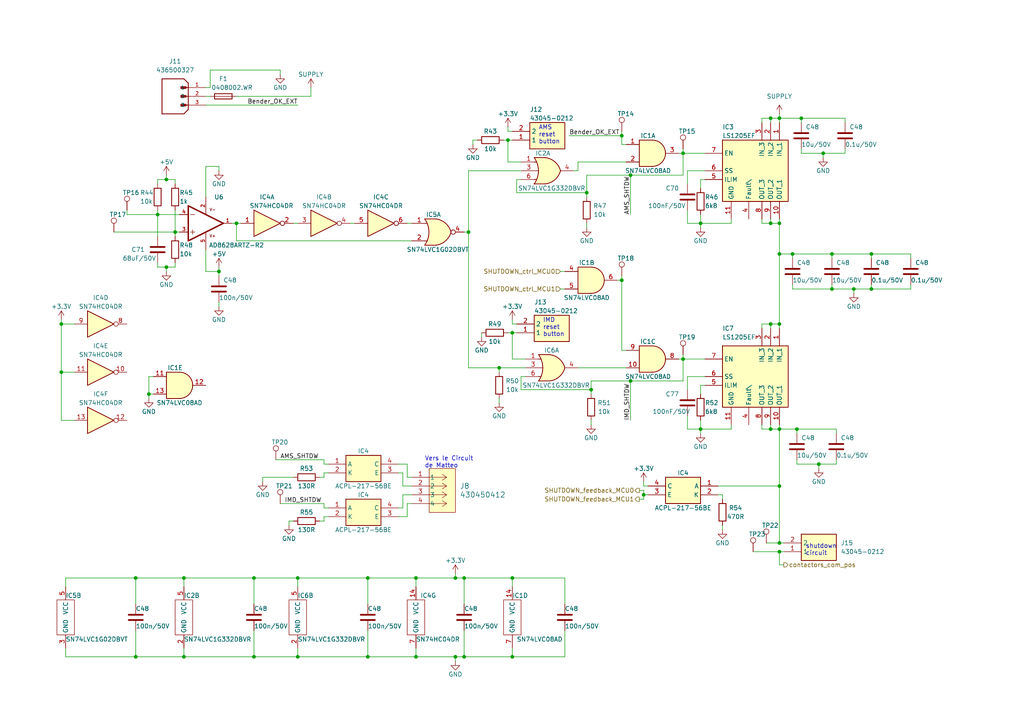
<source format=kicad_sch>
(kicad_sch (version 20230121) (generator eeschema)
  (paper "A4")
  (junction (at 148.59 190.5))
  (junction (at 17.78 107.95))
  (junction (at 147.32 40.64))
  (junction (at 241.3 83.82))
  (junction (at 238.76 44.45))
  (junction (at 43.18 114.3))
  (junction (at 203.2 124.46))
  (junction (at 120.65 167.64))
  (junction (at 241.3 73.66))
  (junction (at 226.06 140.97))
  (junction (at 132.08 167.64))
  (junction (at 231.14 124.46))
  (junction (at 50.8 67.31))
  (junction (at 134.62 167.64))
  (junction (at 132.08 190.5))
  (junction (at 252.73 83.82))
  (junction (at 226.06 93.98))
  (junction (at 17.78 93.98))
  (junction (at 247.65 83.82))
  (junction (at 223.52 34.29))
  (junction (at 198.12 44.45))
  (junction (at 48.26 77.47))
  (junction (at 170.18 55.88))
  (junction (at 45.72 62.23))
  (junction (at 223.52 64.77))
  (junction (at 180.34 81.28))
  (junction (at 106.68 190.5))
  (junction (at 180.34 39.37))
  (junction (at 226.06 64.77))
  (junction (at 252.73 73.66))
  (junction (at 63.5 78.74))
  (junction (at 223.52 124.46))
  (junction (at 39.37 190.5))
  (junction (at 135.89 67.31))
  (junction (at 73.66 190.5))
  (junction (at 226.06 160.02))
  (junction (at 171.45 113.03))
  (junction (at 134.62 190.5))
  (junction (at 237.49 134.62))
  (junction (at 232.41 34.29))
  (junction (at 226.06 157.48))
  (junction (at 48.26 52.07))
  (junction (at 186.69 143.51))
  (junction (at 53.34 190.5))
  (junction (at 226.06 34.29))
  (junction (at 226.06 73.66))
  (junction (at 86.36 167.64))
  (junction (at 148.59 96.52))
  (junction (at 39.37 167.64))
  (junction (at 144.78 106.68))
  (junction (at 120.65 190.5))
  (junction (at 223.52 93.98))
  (junction (at 86.36 190.5))
  (junction (at 182.88 50.8))
  (junction (at 203.2 64.77))
  (junction (at 229.87 73.66))
  (junction (at 73.66 167.64))
  (junction (at 68.58 64.77))
  (junction (at 182.88 110.49))
  (junction (at 226.06 124.46))
  (junction (at 198.12 104.14))
  (junction (at 148.59 167.64))
  (junction (at 106.68 167.64))
  (junction (at 53.34 167.64))
  (wire (pts (xy 238.76 44.45) (xy 245.11 44.45)))
  (wire (pts (xy 182.88 50.8) (xy 198.12 50.8)))
  (wire (pts (xy 203.2 125.73) (xy 203.2 124.46)))
  (wire (pts (xy 220.98 93.98) (xy 220.98 95.25)))
  (wire (pts (xy 149.86 52.07) (xy 149.86 55.88)))
  (wire (pts (xy 148.59 167.64) (xy 163.83 167.64)))
  (wire (pts (xy 203.2 62.23) (xy 203.2 64.77)))
  (wire (pts (xy 231.14 133.35) (xy 231.14 134.62)))
  (wire (pts (xy 222.25 157.48) (xy 226.06 157.48)))
  (wire (pts (xy 223.52 124.46) (xy 226.06 124.46)))
  (wire (pts (xy 226.06 73.66) (xy 226.06 64.77)))
  (wire (pts (xy 186.69 140.97) (xy 187.96 140.97)))
  (wire (pts (xy 237.49 135.89) (xy 237.49 134.62)))
  (wire (pts (xy 135.89 49.53) (xy 151.13 49.53)))
  (wire (pts (xy 92.71 151.13) (xy 93.98 151.13)))
  (wire (pts (xy 118.11 138.43) (xy 119.38 138.43)))
  (wire (pts (xy 199.39 64.77) (xy 203.2 64.77)))
  (wire (pts (xy 220.98 63.5) (xy 220.98 64.77)))
  (wire (pts (xy 63.5 48.26) (xy 63.5 49.53)))
  (wire (pts (xy 231.14 124.46) (xy 231.14 125.73)))
  (wire (pts (xy 50.8 60.96) (xy 50.8 67.31)))
  (wire (pts (xy 144.78 115.57) (xy 144.78 116.84)))
  (wire (pts (xy 198.12 44.45) (xy 204.47 44.45)))
  (wire (pts (xy 147.32 38.1) (xy 148.59 38.1)))
  (wire (pts (xy 48.26 77.47) (xy 50.8 77.47)))
  (wire (pts (xy 229.87 83.82) (xy 241.3 83.82)))
  (wire (pts (xy 199.39 49.53) (xy 199.39 53.34)))
  (wire (pts (xy 73.66 167.64) (xy 73.66 175.26)))
  (wire (pts (xy 247.65 85.09) (xy 247.65 83.82)))
  (wire (pts (xy 182.88 110.49) (xy 198.12 110.49)))
  (wire (pts (xy 167.64 106.68) (xy 181.61 106.68)))
  (wire (pts (xy 43.18 114.3) (xy 43.18 115.57)))
  (wire (pts (xy 220.98 34.29) (xy 220.98 35.56)))
  (wire (pts (xy 208.28 140.97) (xy 226.06 140.97)))
  (wire (pts (xy 242.57 133.35) (xy 242.57 134.62)))
  (wire (pts (xy 135.89 67.31) (xy 135.89 106.68)))
  (wire (pts (xy 81.28 20.32) (xy 81.28 21.59)))
  (wire (pts (xy 134.62 190.5) (xy 148.59 190.5)))
  (wire (pts (xy 39.37 182.88) (xy 39.37 190.5)))
  (wire (pts (xy 147.32 40.64) (xy 147.32 46.99)))
  (wire (pts (xy 199.39 60.96) (xy 199.39 64.77)))
  (wire (pts (xy 118.11 146.05) (xy 119.38 146.05)))
  (wire (pts (xy 59.69 78.74) (xy 63.5 78.74)))
  (wire (pts (xy 245.11 43.18) (xy 245.11 44.45)))
  (wire (pts (xy 226.06 124.46) (xy 226.06 140.97)))
  (wire (pts (xy 93.98 146.05) (xy 93.98 147.32)))
  (wire (pts (xy 76.2 138.43) (xy 85.09 138.43)))
  (wire (pts (xy 241.3 73.66) (xy 241.3 74.93)))
  (wire (pts (xy 83.82 151.13) (xy 83.82 152.4)))
  (wire (pts (xy 33.02 67.31) (xy 50.8 67.31)))
  (wire (pts (xy 144.78 106.68) (xy 135.89 106.68)))
  (wire (pts (xy 252.73 82.55) (xy 252.73 83.82)))
  (wire (pts (xy 68.58 64.77) (xy 69.85 64.77)))
  (wire (pts (xy 170.18 50.8) (xy 182.88 50.8)))
  (wire (pts (xy 220.98 124.46) (xy 223.52 124.46)))
  (wire (pts (xy 68.58 69.85) (xy 119.38 69.85)))
  (wire (pts (xy 48.26 50.8) (xy 48.26 52.07)))
  (wire (pts (xy 231.14 134.62) (xy 237.49 134.62)))
  (wire (pts (xy 148.59 93.98) (xy 149.86 93.98)))
  (wire (pts (xy 80.01 133.35) (xy 93.98 133.35)))
  (wire (pts (xy 196.85 44.45) (xy 198.12 44.45)))
  (wire (pts (xy 223.52 93.98) (xy 226.06 93.98)))
  (wire (pts (xy 223.52 123.19) (xy 223.52 124.46)))
  (wire (pts (xy 182.88 121.92) (xy 182.88 110.49)))
  (wire (pts (xy 171.45 123.19) (xy 171.45 121.92)))
  (wire (pts (xy 163.83 83.82) (xy 162.56 83.82)))
  (wire (pts (xy 59.69 27.94) (xy 60.96 27.94)))
  (wire (pts (xy 180.34 101.6) (xy 181.61 101.6)))
  (wire (pts (xy 134.62 167.64) (xy 132.08 167.64)))
  (wire (pts (xy 186.69 143.51) (xy 187.96 143.51)))
  (wire (pts (xy 59.69 25.4) (xy 60.96 25.4)))
  (wire (pts (xy 48.26 52.07) (xy 45.72 52.07)))
  (wire (pts (xy 171.45 113.03) (xy 171.45 114.3)))
  (wire (pts (xy 252.73 73.66) (xy 252.73 74.93)))
  (wire (pts (xy 83.82 151.13) (xy 85.09 151.13)))
  (wire (pts (xy 19.05 167.64) (xy 39.37 167.64)))
  (wire (pts (xy 223.52 64.77) (xy 220.98 64.77)))
  (wire (pts (xy 50.8 52.07) (xy 50.8 53.34)))
  (wire (pts (xy 115.57 149.86) (xy 118.11 149.86)))
  (wire (pts (xy 241.3 73.66) (xy 252.73 73.66)))
  (wire (pts (xy 185.42 144.78) (xy 186.69 144.78)))
  (wire (pts (xy 223.52 34.29) (xy 223.52 35.56)))
  (wire (pts (xy 63.5 88.9) (xy 63.5 87.63)))
  (wire (pts (xy 151.13 109.22) (xy 152.4 109.22)))
  (wire (pts (xy 48.26 77.47) (xy 48.26 78.74)))
  (wire (pts (xy 93.98 149.86) (xy 95.25 149.86)))
  (wire (pts (xy 226.06 160.02) (xy 227.33 160.02)))
  (wire (pts (xy 148.59 187.96) (xy 148.59 190.5)))
  (wire (pts (xy 17.78 93.98) (xy 21.59 93.98)))
  (wire (pts (xy 241.3 82.55) (xy 241.3 83.82)))
  (wire (pts (xy 116.84 140.97) (xy 119.38 140.97)))
  (wire (pts (xy 17.78 121.92) (xy 21.59 121.92)))
  (wire (pts (xy 93.98 147.32) (xy 95.25 147.32)))
  (wire (pts (xy 134.62 167.64) (xy 148.59 167.64)))
  (wire (pts (xy 36.83 62.23) (xy 36.83 60.96)))
  (wire (pts (xy 198.12 43.18) (xy 198.12 44.45)))
  (wire (pts (xy 170.18 55.88) (xy 170.18 57.15)))
  (wire (pts (xy 134.62 182.88) (xy 134.62 190.5)))
  (wire (pts (xy 90.17 25.4) (xy 90.17 27.94)))
  (wire (pts (xy 167.64 49.53) (xy 166.37 49.53)))
  (wire (pts (xy 237.49 134.62) (xy 242.57 134.62)))
  (wire (pts (xy 73.66 190.5) (xy 86.36 190.5)))
  (wire (pts (xy 45.72 52.07) (xy 45.72 53.34)))
  (wire (pts (xy 134.62 67.31) (xy 135.89 67.31)))
  (wire (pts (xy 73.66 182.88) (xy 73.66 190.5)))
  (wire (pts (xy 60.96 20.32) (xy 60.96 25.4)))
  (wire (pts (xy 163.83 78.74) (xy 162.56 78.74)))
  (wire (pts (xy 116.84 143.51) (xy 119.38 143.51)))
  (wire (pts (xy 148.59 104.14) (xy 152.4 104.14)))
  (wire (pts (xy 204.47 104.14) (xy 198.12 104.14)))
  (wire (pts (xy 167.64 46.99) (xy 181.61 46.99)))
  (wire (pts (xy 252.73 73.66) (xy 264.16 73.66)))
  (wire (pts (xy 137.16 40.64) (xy 138.43 40.64)))
  (wire (pts (xy 146.05 40.64) (xy 147.32 40.64)))
  (wire (pts (xy 151.13 109.22) (xy 151.13 113.03)))
  (wire (pts (xy 144.78 106.68) (xy 152.4 106.68)))
  (wire (pts (xy 220.98 123.19) (xy 220.98 124.46)))
  (wire (pts (xy 229.87 82.55) (xy 229.87 83.82)))
  (wire (pts (xy 241.3 83.82) (xy 247.65 83.82)))
  (wire (pts (xy 203.2 121.92) (xy 203.2 124.46)))
  (wire (pts (xy 147.32 46.99) (xy 151.13 46.99)))
  (wire (pts (xy 132.08 166.37) (xy 132.08 167.64)))
  (wire (pts (xy 232.41 34.29) (xy 232.41 35.56)))
  (wire (pts (xy 199.39 124.46) (xy 203.2 124.46)))
  (wire (pts (xy 203.2 66.04) (xy 203.2 64.77)))
  (wire (pts (xy 185.42 142.24) (xy 186.69 142.24)))
  (wire (pts (xy 147.32 96.52) (xy 148.59 96.52)))
  (wire (pts (xy 106.68 182.88) (xy 106.68 190.5)))
  (wire (pts (xy 39.37 167.64) (xy 39.37 175.26)))
  (wire (pts (xy 36.83 62.23) (xy 45.72 62.23)))
  (wire (pts (xy 17.78 107.95) (xy 17.78 121.92)))
  (wire (pts (xy 218.44 160.02) (xy 226.06 160.02)))
  (wire (pts (xy 238.76 45.72) (xy 238.76 44.45)))
  (wire (pts (xy 50.8 76.2) (xy 50.8 77.47)))
  (wire (pts (xy 148.59 190.5) (xy 163.83 190.5)))
  (wire (pts (xy 144.78 106.68) (xy 144.78 107.95)))
  (wire (pts (xy 134.62 167.64) (xy 134.62 175.26)))
  (wire (pts (xy 203.2 52.07) (xy 203.2 54.61)))
  (wire (pts (xy 151.13 113.03) (xy 171.45 113.03)))
  (wire (pts (xy 120.65 187.96) (xy 120.65 190.5)))
  (wire (pts (xy 59.69 72.39) (xy 59.69 78.74)))
  (wire (pts (xy 81.28 146.05) (xy 93.98 146.05)))
  (wire (pts (xy 186.69 139.7) (xy 186.69 140.97)))
  (wire (pts (xy 120.65 190.5) (xy 132.08 190.5)))
  (wire (pts (xy 45.72 76.2) (xy 45.72 77.47)))
  (wire (pts (xy 63.5 78.74) (xy 63.5 77.47)))
  (wire (pts (xy 102.87 64.77) (xy 101.6 64.77)))
  (wire (pts (xy 118.11 146.05) (xy 118.11 149.86)))
  (wire (pts (xy 179.07 81.28) (xy 180.34 81.28)))
  (wire (pts (xy 85.09 64.77) (xy 86.36 64.77)))
  (wire (pts (xy 209.55 143.51) (xy 209.55 144.78)))
  (wire (pts (xy 93.98 134.62) (xy 95.25 134.62)))
  (wire (pts (xy 45.72 62.23) (xy 45.72 68.58)))
  (wire (pts (xy 264.16 82.55) (xy 264.16 83.82)))
  (wire (pts (xy 167.64 49.53) (xy 167.64 46.99)))
  (wire (pts (xy 163.83 167.64) (xy 163.83 175.26)))
  (wire (pts (xy 226.06 93.98) (xy 226.06 73.66)))
  (wire (pts (xy 226.06 73.66) (xy 229.87 73.66)))
  (wire (pts (xy 147.32 40.64) (xy 148.59 40.64)))
  (wire (pts (xy 45.72 62.23) (xy 52.07 62.23)))
  (wire (pts (xy 59.69 30.48) (xy 86.36 30.48)))
  (wire (pts (xy 199.39 109.22) (xy 204.47 109.22)))
  (wire (pts (xy 132.08 191.77) (xy 132.08 190.5)))
  (wire (pts (xy 226.06 33.02) (xy 226.06 34.29)))
  (wire (pts (xy 198.12 102.87) (xy 198.12 104.14)))
  (wire (pts (xy 226.06 34.29) (xy 232.41 34.29)))
  (wire (pts (xy 226.06 124.46) (xy 231.14 124.46)))
  (wire (pts (xy 139.7 96.52) (xy 139.7 97.79)))
  (wire (pts (xy 252.73 83.82) (xy 264.16 83.82)))
  (wire (pts (xy 212.09 63.5) (xy 212.09 64.77)))
  (wire (pts (xy 171.45 110.49) (xy 182.88 110.49)))
  (wire (pts (xy 180.34 39.37) (xy 180.34 38.1)))
  (wire (pts (xy 17.78 92.71) (xy 17.78 93.98)))
  (wire (pts (xy 86.36 190.5) (xy 106.68 190.5)))
  (wire (pts (xy 68.58 27.94) (xy 90.17 27.94)))
  (wire (pts (xy 45.72 60.96) (xy 45.72 62.23)))
  (wire (pts (xy 180.34 80.01) (xy 180.34 81.28)))
  (wire (pts (xy 93.98 138.43) (xy 93.98 137.16)))
  (wire (pts (xy 180.34 39.37) (xy 180.34 41.91)))
  (wire (pts (xy 242.57 124.46) (xy 242.57 125.73)))
  (wire (pts (xy 53.34 187.96) (xy 53.34 190.5)))
  (wire (pts (xy 53.34 190.5) (xy 73.66 190.5)))
  (wire (pts (xy 226.06 163.83) (xy 227.33 163.83)))
  (wire (pts (xy 39.37 167.64) (xy 53.34 167.64)))
  (wire (pts (xy 73.66 167.64) (xy 86.36 167.64)))
  (wire (pts (xy 186.69 142.24) (xy 186.69 143.51)))
  (wire (pts (xy 220.98 34.29) (xy 223.52 34.29)))
  (wire (pts (xy 226.06 123.19) (xy 226.06 124.46)))
  (wire (pts (xy 148.59 92.71) (xy 148.59 93.98)))
  (wire (pts (xy 86.36 187.96) (xy 86.36 190.5)))
  (wire (pts (xy 208.28 143.51) (xy 209.55 143.51)))
  (wire (pts (xy 165.1 39.37) (xy 180.34 39.37)))
  (wire (pts (xy 186.69 144.78) (xy 186.69 143.51)))
  (wire (pts (xy 59.69 48.26) (xy 59.69 57.15)))
  (wire (pts (xy 199.39 120.65) (xy 199.39 124.46)))
  (wire (pts (xy 229.87 73.66) (xy 229.87 74.93)))
  (wire (pts (xy 50.8 67.31) (xy 50.8 68.58)))
  (wire (pts (xy 93.98 133.35) (xy 93.98 134.62)))
  (wire (pts (xy 86.36 167.64) (xy 106.68 167.64)))
  (wire (pts (xy 53.34 167.64) (xy 53.34 170.18)))
  (wire (pts (xy 229.87 73.66) (xy 241.3 73.66)))
  (wire (pts (xy 43.18 109.22) (xy 44.45 109.22)))
  (wire (pts (xy 232.41 44.45) (xy 238.76 44.45)))
  (wire (pts (xy 106.68 167.64) (xy 120.65 167.64)))
  (wire (pts (xy 198.12 44.45) (xy 198.12 50.8)))
  (wire (pts (xy 120.65 167.64) (xy 120.65 170.18)))
  (wire (pts (xy 226.06 140.97) (xy 226.06 157.48)))
  (wire (pts (xy 226.06 64.77) (xy 226.06 63.5)))
  (wire (pts (xy 116.84 137.16) (xy 116.84 140.97)))
  (wire (pts (xy 198.12 104.14) (xy 196.85 104.14)))
  (wire (pts (xy 223.52 64.77) (xy 226.06 64.77)))
  (wire (pts (xy 231.14 124.46) (xy 242.57 124.46)))
  (wire (pts (xy 203.2 111.76) (xy 203.2 114.3)))
  (wire (pts (xy 220.98 93.98) (xy 223.52 93.98)))
  (wire (pts (xy 226.06 34.29) (xy 226.06 35.56)))
  (wire (pts (xy 106.68 167.64) (xy 106.68 175.26)))
  (wire (pts (xy 134.62 190.5) (xy 132.08 190.5)))
  (wire (pts (xy 199.39 109.22) (xy 199.39 113.03)))
  (wire (pts (xy 203.2 111.76) (xy 204.47 111.76)))
  (wire (pts (xy 212.09 123.19) (xy 212.09 124.46)))
  (wire (pts (xy 203.2 124.46) (xy 212.09 124.46)))
  (wire (pts (xy 148.59 96.52) (xy 149.86 96.52)))
  (wire (pts (xy 245.11 34.29) (xy 245.11 35.56)))
  (wire (pts (xy 92.71 138.43) (xy 93.98 138.43)))
  (wire (pts (xy 53.34 167.64) (xy 73.66 167.64)))
  (wire (pts (xy 120.65 167.64) (xy 132.08 167.64)))
  (wire (pts (xy 223.52 93.98) (xy 223.52 95.25)))
  (wire (pts (xy 67.31 64.77) (xy 68.58 64.77)))
  (wire (pts (xy 115.57 134.62) (xy 118.11 134.62)))
  (wire (pts (xy 171.45 110.49) (xy 171.45 113.03)))
  (wire (pts (xy 264.16 73.66) (xy 264.16 74.93)))
  (wire (pts (xy 68.58 64.77) (xy 68.58 69.85)))
  (wire (pts (xy 86.36 167.64) (xy 86.36 170.18)))
  (wire (pts (xy 180.34 41.91) (xy 181.61 41.91)))
  (wire (pts (xy 19.05 167.64) (xy 19.05 170.18)))
  (wire (pts (xy 135.89 49.53) (xy 135.89 67.31)))
  (wire (pts (xy 226.06 160.02) (xy 226.06 163.83)))
  (wire (pts (xy 199.39 49.53) (xy 204.47 49.53)))
  (wire (pts (xy 115.57 137.16) (xy 116.84 137.16)))
  (wire (pts (xy 223.52 63.5) (xy 223.52 64.77)))
  (wire (pts (xy 223.52 34.29) (xy 226.06 34.29)))
  (wire (pts (xy 19.05 190.5) (xy 39.37 190.5)))
  (wire (pts (xy 148.59 96.52) (xy 148.59 104.14)))
  (wire (pts (xy 63.5 80.01) (xy 63.5 78.74)))
  (wire (pts (xy 17.78 107.95) (xy 21.59 107.95)))
  (wire (pts (xy 149.86 55.88) (xy 170.18 55.88)))
  (wire (pts (xy 203.2 64.77) (xy 212.09 64.77)))
  (wire (pts (xy 43.18 109.22) (xy 43.18 114.3)))
  (wire (pts (xy 45.72 77.47) (xy 48.26 77.47)))
  (wire (pts (xy 39.37 190.5) (xy 53.34 190.5)))
  (wire (pts (xy 182.88 62.23) (xy 182.88 50.8)))
  (wire (pts (xy 43.18 114.3) (xy 44.45 114.3)))
  (wire (pts (xy 198.12 104.14) (xy 198.12 110.49)))
  (wire (pts (xy 180.34 81.28) (xy 180.34 101.6)))
  (wire (pts (xy 163.83 182.88) (xy 163.83 190.5)))
  (wire (pts (xy 93.98 149.86) (xy 93.98 151.13)))
  (wire (pts (xy 226.06 157.48) (xy 227.33 157.48)))
  (wire (pts (xy 147.32 36.83) (xy 147.32 38.1)))
  (wire (pts (xy 50.8 67.31) (xy 52.07 67.31)))
  (wire (pts (xy 48.26 52.07) (xy 50.8 52.07)))
  (wire (pts (xy 247.65 83.82) (xy 252.73 83.82)))
  (wire (pts (xy 76.2 138.43) (xy 76.2 139.7)))
  (wire (pts (xy 226.06 95.25) (xy 226.06 93.98)))
  (wire (pts (xy 60.96 20.32) (xy 81.28 20.32)))
  (wire (pts (xy 232.41 43.18) (xy 232.41 44.45)))
  (wire (pts (xy 118.11 64.77) (xy 119.38 64.77)))
  (wire (pts (xy 149.86 52.07) (xy 151.13 52.07)))
  (wire (pts (xy 170.18 66.04) (xy 170.18 64.77)))
  (wire (pts (xy 203.2 52.07) (xy 204.47 52.07)))
  (wire (pts (xy 232.41 34.29) (xy 245.11 34.29)))
  (wire (pts (xy 116.84 143.51) (xy 116.84 147.32)))
  (wire (pts (xy 59.69 48.26) (xy 63.5 48.26)))
  (wire (pts (xy 118.11 134.62) (xy 118.11 138.43)))
  (wire (pts (xy 106.68 190.5) (xy 120.65 190.5)))
  (wire (pts (xy 148.59 167.64) (xy 148.59 170.18)))
  (wire (pts (xy 115.57 147.32) (xy 116.84 147.32)))
  (wire (pts (xy 137.16 40.64) (xy 137.16 41.91)))
  (wire (pts (xy 19.05 187.96) (xy 19.05 190.5)))
  (wire (pts (xy 93.98 137.16) (xy 95.25 137.16)))
  (wire (pts (xy 170.18 50.8) (xy 170.18 55.88)))
  (wire (pts (xy 209.55 153.67) (xy 209.55 152.4)))
  (wire (pts (xy 17.78 93.98) (xy 17.78 107.95)))
  (text "AMS\nreset\nbutton" (at 156.21 41.91 0) (effects (font (size 1.27 1.27)) (justify left bottom)))
  (text "shutdown\ncircuit" (at 233.68 161.29 0) (effects (font (size 1.27 1.27)) (justify left bottom)))
  (text "IMD\nreset\nbutton" (at 157.48 97.79 0) (effects (font (size 1.27 1.27)) (justify left bottom)))
  (text "Vers le Circuit\nde Matteo" (at 123.19 135.89 0) (effects (font (size 1.27 1.27)) (justify left bottom)))
  (label "AMS_SHTDW" (at 182.88 62.23 90))
  (label "AMS_SHTDW" (at 81.28 133.35 0))
  (label "IMD_SHTDW" (at 182.88 121.92 90))
  (label "IMD_SHTDW" (at 82.55 146.05 0))
  (label "Bender_OK_EXT" (at 86.36 30.48 180))
  (label "Bender_OK_EXT" (at 165.1 39.37 0))
  (hierarchical_label "SHUTDOWN_ctrl_MCU1" (shape input) (at 162.56 83.82 180))
  (hierarchical_label "contactors_com_pos" (shape output) (at 227.33 163.83 0))
  (hierarchical_label "SHUTDOWN_feedback_MCU1" (shape output) (at 185.42 144.78 180))
  (hierarchical_label "SHUTDOWN_ctrl_MCU0" (shape input) (at 162.56 78.74 180))
  (hierarchical_label "SHUTDOWN_feedback_MCU0" (shape output) (at 185.42 142.24 180))
  (symbol (lib_id "FS_Semiconductor:SN74LVC1G02DBVT") (at 125.73 67.31 0) (unit 1)
    (property "Reference" "IC5" (at 125.73 62.23 0))
    (property "Value" "SN74LVC1G02DBVT" (at 127 72.39 0))
    (property "Footprint" "Package_TO_SOT_SMD:TSOT-23-5" (effects hide))
    (property "Datasheet" "https://www.ti.com/lit/ds/symlink/sn74lvc1g02.pdf?ts=1703686741579&ref_url=https%253A%252F%252Fwww.ti.com%252Fproduct%252FSN74LVC1G02" (effects hide))
  )
  (symbol (lib_id "bmsPower_Symbols:GND_0") (at 83.82 152.4 0) (unit 1) (in_bom no) (on_board no)
    (property "Reference" "#PWR0131" (effects hide))
    (property "Value" "GND_0" (at 83.82 156.21 0))
  )
  (symbol (lib_id "FS_Semiconductor:SN74HCS14QDRQ1") (at 27.94 93.98 0) (unit 4)
    (property "Reference" "IC4" (at 29.21 86.36 0))
    (property "Value" "SN74HC04DR" (at 22.86 88.9 0) (effects (justify left)))
    (property "Footprint" "FS_Semiconductor:SOIC127P600X175-14N" (effects hide))
    (property "Description" "Buffers & Line Drivers Automotive hex inverter with Schmitt-trigger inputs 14-SOIC -40 to 125" (effects hide))
    (property "Height" "1.75" (effects hide))
    (property "Mouser Part Number" "595-SN74HCS14QDRQ1" (effects hide))
    (property "Mouser Price/Stock" "https://www.mouser.co.uk/ProductDetail/Texas-Instruments/SN74HCS14QDRQ1?qs=OTrKUuiFdkaK%252BjdbPs1CrQ%3D%3D" (effects hide))
    (property "Manufacturer_Name" "Texas Instruments" (effects hide))
    (property "Manufacturer_Part_Number" "SN74HCS14QDRQ1" (effects hide))
  )
  (symbol (lib_id "Device:R") (at 88.9 151.13 90) (unit 1)
    (property "Reference" "R55" (at 88.9 148.59 90))
    (property "Value" "130R" (at 88.9 153.67 90))
    (property "Footprint" "Resistor_SMD:R_0603_1608Metric" (effects hide))
  )
  (symbol (lib_id "Connector:TestPoint") (at 180.34 80.01 0) (unit 1)
    (property "Reference" "TP18" (at 179.07 74.93 0) (effects (justify left)))
    (property "Value" "TestPoint" (effects hide))
    (property "Footprint" "TestPoint:TestPoint_Keystone_5000-5004_Miniature" (effects hide))
  )
  (symbol (lib_id "Connector:TestPoint") (at 80.01 133.35 0) (unit 1)
    (property "Reference" "TP20" (at 78.74 128.27 0) (effects (justify left)))
    (property "Value" "TestPoint" (effects hide))
    (property "Footprint" "TestPoint:TestPoint_Keystone_5000-5004_Miniature" (effects hide))
  )
  (symbol (lib_id "bmsPower_Symbols:GND_0") (at 43.18 115.57 0) (unit 1) (in_bom no) (on_board no)
    (property "Reference" "#PWR0124" (effects hide))
    (property "Value" "GND_0" (at 43.18 119.38 0))
  )
  (symbol (lib_id "LS1205EF:LS1205EF") (at 218.44 109.22 0) (unit 1)
    (property "Reference" "IC7" (at 209.55 95.25 0) (effects (justify left)))
    (property "Value" "LS1205EF" (at 209.55 97.79 0) (effects (justify left)))
    (property "Footprint" "LS1205EF:SON50P300X300X80-11N" (effects hide))
    (property "Datasheet" "https://www.littelfuse.com/media?resourcetype=datasheets&itemid=b40a8809-c1ad-459d-a34c-84532dbddcb7&filename=littelfuse-protection-ic-ls1205exd33--datasheet" (effects hide))
    (property "Height" "0.8" (effects hide))
    (property "Manufacturer_Name" "LITTELFUSE" (effects hide))
  )
  (symbol (lib_id "Device:C") (at 242.57 129.54 0) (unit 1)
    (property "Reference" "C48" (at 243.84 127 0) (effects (justify left)))
    (property "Value" "0.1u/50V" (at 242.57 132.08 0) (effects (justify left)))
    (property "Footprint" "Capacitor_SMD:C_0603_1608Metric" (effects hide))
    (instances (project "BMS-Master" (path "" (reference "C48") (unit 1)) (path "" (reference "C64") (unit 1)) (path "" (reference "C79") (unit 1))))
  )
  (symbol (lib_id "Device:R") (at 142.24 40.64 90) (unit 1)
    (property "Reference" "R43" (at 142.24 38.1 90))
    (property "Value" "10k" (at 142.24 43.18 90))
    (property "Footprint" "Resistor_SMD:R_0603_1608Metric" (effects hide))
  )
  (symbol (lib_id "bmsPower_Symbols:GND_0") (at 203.2 66.04 0) (unit 1) (in_bom no) (on_board no)
    (property "Reference" "#PWR0116" (effects hide))
    (property "Value" "GND_0" (at 203.2 69.85 0))
  )
  (symbol (lib_id "Connector:TestPoint") (at 198.12 102.87 0) (unit 1)
    (property "Reference" "TP19" (at 196.85 97.79 0) (effects (justify left)))
    (property "Value" "TestPoint" (effects hide))
    (property "Footprint" "TestPoint:TestPoint_Keystone_5000-5004_Miniature" (effects hide))
  )
  (symbol (lib_id "FS_Semiconductor:SN74HCS14QDRQ1") (at 27.94 107.95 0) (unit 5)
    (property "Reference" "IC4" (at 29.21 100.33 0))
    (property "Value" "SN74HC04DR" (at 22.86 102.87 0) (effects (justify left)))
    (property "Footprint" "FS_Semiconductor:SOIC127P600X175-14N" (effects hide))
    (property "Description" "Buffers & Line Drivers Automotive hex inverter with Schmitt-trigger inputs 14-SOIC -40 to 125" (effects hide))
    (property "Height" "1.75" (effects hide))
    (property "Mouser Part Number" "595-SN74HCS14QDRQ1" (effects hide))
    (property "Mouser Price/Stock" "https://www.mouser.co.uk/ProductDetail/Texas-Instruments/SN74HCS14QDRQ1?qs=OTrKUuiFdkaK%252BjdbPs1CrQ%3D%3D" (effects hide))
    (property "Manufacturer_Name" "Texas Instruments" (effects hide))
    (property "Manufacturer_Part_Number" "SN74HCS14QDRQ1" (effects hide))
  )
  (symbol (lib_id "bmsPower_Symbols:+3V3_0") (at 148.59 92.71 0) (unit 1) (in_bom no) (on_board no)
    (property "Reference" "#PWR0122" (effects hide))
    (property "Value" "+3V3_0" (at 148.59 88.9 0))
  )
  (symbol (lib_id "Connector:TestPoint") (at 36.83 60.96 0) (unit 1)
    (property "Reference" "TP16" (at 35.56 55.88 0) (effects (justify left)))
    (property "Value" "TestPoint" (effects hide))
    (property "Footprint" "TestPoint:TestPoint_Keystone_5000-5004_Miniature" (effects hide))
  )
  (symbol (lib_id "Connector:TestPoint") (at 180.34 38.1 0) (unit 1)
    (property "Reference" "TP14" (at 179.07 33.02 0) (effects (justify left)))
    (property "Value" "TestPoint" (effects hide))
    (property "Footprint" "TestPoint:TestPoint_Keystone_5000-5004_Miniature" (effects hide))
  )
  (symbol (lib_id "Device:C") (at 39.37 179.07 0) (unit 1)
    (property "Reference" "C48" (at 39.37 176.53 0) (effects (justify left)))
    (property "Value" "100n/50V" (at 39.37 181.61 0) (effects (justify left)))
    (property "Footprint" "Capacitor_SMD:C_0603_1608Metric" (effects hide))
    (instances (project "BMS-Master" (path "" (reference "C48") (unit 1)) (path "" (reference "C64") (unit 1)) (path "" (reference "C80") (unit 1))))
  )
  (symbol (lib_id "43045-0212:43045-0212") (at 227.33 157.48 0) (unit 1)
    (property "Reference" "J15" (at 243.84 157.48 0) (effects (justify left)))
    (property "Value" "43045-0212" (at 243.84 160.02 0) (effects (justify left)))
    (property "Footprint" "43045-0212:43045-02YY_121314" (effects hide))
    (property "Datasheet" "https://www.molex.com/pdm_docs/sd/430450612_sd.pdf" (effects hide))
    (property "Height" "9.91" (effects hide))
    (property "Manufacturer_Name" "Molex" (effects hide))
    (property "Manufacturer_Part_Number" "43045-0212" (effects hide))
    (property "Mouser Part Number" "538-430-45-0212" (effects hide))
    (property "Mouser Price/Stock" "https://www.mouser.co.uk/ProductDetail/Molex/43045-0212?qs=QtQX4uD3c2XFLtjr%252BHeRmQ%3D%3D" (effects hide))
  )
  (symbol (lib_id "power:+5V") (at 63.5 77.47 0) (unit 1)
    (property "Reference" "#PWR0117" (effects hide))
    (property "Value" "+5V" (at 63.5 73.66 0))
  )
  (symbol (lib_name "SN74LVC08AD_1") (lib_id "FS_Semiconductor:SN74LVC08AD") (at 170.18 81.28 0) (unit 2)
    (property "Reference" "IC1" (at 170.18 76.2 0))
    (property "Value" "SN74LVC08AD" (at 170.18 86.36 0))
    (property "Footprint" "FS_Semiconductor:SOIC127P600X175-14N" (effects hide))
    (property "Datasheet" "https://www.ti.com/lit/ds/symlink/sn74lvc08a.pdf?HQS=dis-mous-null-mousermode-dsf-pf-null-wwe&ts=1703607102920&ref_url=https%253A%252F%252Fwww.mouser.ch%252F" (effects hide))
    (property "Description" " Quadruple 2-Input Positive-AND Gates" (effects hide))
  )
  (symbol (lib_id "Connector:TestPoint") (at 218.44 160.02 0) (unit 1)
    (property "Reference" "TP23" (at 217.17 154.94 0) (effects (justify left)))
    (property "Value" "TestPoint" (effects hide))
    (property "Footprint" "TestPoint:TestPoint_Keystone_5000-5004_Miniature" (effects hide))
  )
  (symbol (lib_id "Connector:TestPoint") (at 222.25 157.48 0) (unit 1)
    (property "Reference" "TP22" (at 220.98 152.4 0) (effects (justify left)))
    (property "Value" "TestPoint" (effects hide))
    (property "Footprint" "TestPoint:TestPoint_Keystone_5000-5004_Miniature" (effects hide))
  )
  (symbol (lib_name "SN74LVC08AD_3") (lib_id "FS_Semiconductor:SN74LVC08AD") (at 187.96 44.45 0) (unit 1)
    (property "Reference" "IC1" (at 187.96 39.37 0))
    (property "Value" "SN74LVC08AD" (at 187.96 49.53 0))
    (property "Footprint" "FS_Semiconductor:SOIC127P600X175-14N" (effects hide))
    (property "Datasheet" "https://www.ti.com/lit/ds/symlink/sn74lvc08a.pdf?HQS=dis-mous-null-mousermode-dsf-pf-null-wwe&ts=1703607102920&ref_url=https%253A%252F%252Fwww.mouser.ch%252F" (effects hide))
    (property "Description" " Quadruple 2-Input Positive-AND Gates" (effects hide))
  )
  (symbol (lib_id "bmsPower_Symbols:GND_0") (at 144.78 116.84 0) (unit 1) (in_bom no) (on_board no)
    (property "Reference" "#PWR0125" (effects hide))
    (property "Value" "GND_0" (at 144.78 120.65 0))
  )
  (symbol (lib_id "ACPL-217-56BE:ACPL-217-56BE") (at 208.28 140.97 0) (mirror y) (unit 1)
    (property "Reference" "IC4" (at 198.12 137.16 0))
    (property "Value" "ACPL-217-56BE" (at 198.12 147.32 0))
    (property "Footprint" "ACPL-217:SOIC127P700X242-4N" (effects hide))
    (property "Datasheet" "https://componentsearchengine.com/Datasheets/2/ACPL-217-56BE.pdf" (effects hide))
    (property "Height" "2.42" (effects hide))
    (property "Manufacturer_Name" "Avago Technologies" (effects hide))
    (property "Manufacturer_Part_Number" "ACPL-217-56BE" (effects hide))
    (property "Mouser Part Number" "630-ACPL-217-56BE" (effects hide))
    (property "Mouser Price/Stock" "https://www.mouser.co.uk/ProductDetail/Broadcom-Avago/ACPL-217-56BE?qs=dcm2zoLQumABa%2FcMDS685Q%3D%3D" (effects hide))
    (instances (project "BMS-Slave" (path "" (reference "IC4") (unit 1)) (path "" (reference "IC18") (unit 1))) (project "BMS-Master" (path "" (reference "IC9") (unit 1))))
  )
  (symbol (lib_id "ACPL-217-56BE:ACPL-217-56BE") (at 95.25 147.32 0) (unit 1)
    (property "Reference" "IC4" (at 105.41 143.51 0))
    (property "Value" "ACPL-217-56BE" (at 105.41 153.67 0))
    (property "Footprint" "ACPL-217:SOIC127P700X242-4N" (effects hide))
    (property "Datasheet" "https://componentsearchengine.com/Datasheets/2/ACPL-217-56BE.pdf" (effects hide))
    (property "Height" "2.42" (effects hide))
    (property "Manufacturer_Name" "Avago Technologies" (effects hide))
    (property "Manufacturer_Part_Number" "ACPL-217-56BE" (effects hide))
    (property "Mouser Part Number" "630-ACPL-217-56BE" (effects hide))
    (property "Mouser Price/Stock" "https://www.mouser.co.uk/ProductDetail/Broadcom-Avago/ACPL-217-56BE?qs=dcm2zoLQumABa%2FcMDS685Q%3D%3D" (effects hide))
    (instances (project "BMS-Slave" (path "" (reference "IC4") (unit 1)) (path "" (reference "IC18") (unit 1))) (project "BMS-Master" (path "" (reference "IC10") (unit 1))))
  )
  (symbol (lib_id "Device:R") (at 50.8 72.39 0) (unit 1)
    (property "Reference" "R48" (at 52.07 71.12 0) (effects (justify left)))
    (property "Value" "10k" (at 52.07 73.66 0) (effects (justify left)))
    (property "Footprint" "Resistor_SMD:R_0603_1608Metric" (effects hide))
  )
  (symbol (lib_id "bmsPower_Symbols:+3V3_0") (at 17.78 92.71 0) (unit 1) (in_bom no) (on_board no)
    (property "Reference" "#PWR0121" (effects hide))
    (property "Value" "+3V3_0" (at 17.78 88.9 0))
  )
  (symbol (lib_id "Device:C") (at 163.83 179.07 0) (unit 1)
    (property "Reference" "C48" (at 163.83 176.53 0) (effects (justify left)))
    (property "Value" "100n/50V" (at 163.83 181.61 0) (effects (justify left)))
    (property "Footprint" "Capacitor_SMD:C_0603_1608Metric" (effects hide))
    (instances (project "BMS-Master" (path "" (reference "C48") (unit 1)) (path "" (reference "C64") (unit 1)) (path "" (reference "C84") (unit 1))))
  )
  (symbol (lib_id "bmsPower_Symbols:GND_0") (at 63.5 49.53 0) (unit 1) (in_bom no) (on_board no)
    (property "Reference" "#PWR0113" (effects hide))
    (property "Value" "GND_0" (at 63.5 53.34 0))
  )
  (symbol (lib_id "bmsPower_Symbols:GND_0") (at 203.2 125.73 0) (unit 1) (in_bom no) (on_board no)
    (property "Reference" "#PWR0127" (effects hide))
    (property "Value" "GND_0" (at 203.2 129.54 0))
  )
  (symbol (lib_id "Device:C") (at 73.66 179.07 0) (unit 1)
    (property "Reference" "C48" (at 73.66 176.53 0) (effects (justify left)))
    (property "Value" "100n/50V" (at 73.66 181.61 0) (effects (justify left)))
    (property "Footprint" "Capacitor_SMD:C_0603_1608Metric" (effects hide))
    (instances (project "BMS-Master" (path "" (reference "C48") (unit 1)) (path "" (reference "C64") (unit 1)) (path "" (reference "C81") (unit 1))))
  )
  (symbol (lib_id "Device:C") (at 232.41 39.37 0) (unit 1)
    (property "Reference" "C48" (at 233.68 36.83 0) (effects (justify left)))
    (property "Value" "10u/50V" (at 232.41 41.91 0) (effects (justify left)))
    (property "Footprint" "Capacitor_SMD:C_0805_2012Metric" (effects hide))
    (instances (project "BMS-Master" (path "" (reference "C48") (unit 1)) (path "" (reference "C64") (unit 1)) (path "" (reference "C68") (unit 1))))
  )
  (symbol (lib_id "bmsPower_Symbols:GND_0") (at 171.45 123.19 0) (unit 1) (in_bom no) (on_board no)
    (property "Reference" "#PWR0126" (effects hide))
    (property "Value" "GND_0" (at 171.45 127 0))
  )
  (symbol (lib_id "Connector:TestPoint") (at 198.12 43.18 0) (unit 1)
    (property "Reference" "TP15" (at 196.85 38.1 0) (effects (justify left)))
    (property "Value" "TestPoint" (effects hide))
    (property "Footprint" "TestPoint:TestPoint_Keystone_5000-5004_Miniature" (effects hide))
  )
  (symbol (lib_name "SN74LVC08AD_4") (lib_id "FS_Semiconductor:SN74LVC08AD") (at 50.8 111.76 0) (unit 5)
    (property "Reference" "IC1" (at 50.8 106.68 0))
    (property "Value" "SN74LVC08AD" (at 52.07 116.84 0))
    (property "Footprint" "FS_Semiconductor:SOIC127P600X175-14N" (effects hide))
    (property "Datasheet" "https://www.ti.com/lit/ds/symlink/sn74lvc08a.pdf?HQS=dis-mous-null-mousermode-dsf-pf-null-wwe&ts=1703607102920&ref_url=https%253A%252F%252Fwww.mouser.ch%252F" (effects hide))
    (property "Description" " Quadruple 2-Input Positive-AND Gates" (effects hide))
  )
  (symbol (lib_id "Device:R") (at 143.51 96.52 90) (unit 1)
    (property "Reference" "R49" (at 143.51 93.98 90))
    (property "Value" "10k" (at 143.51 99.06 90))
    (property "Footprint" "Resistor_SMD:R_0603_1608Metric" (effects hide))
  )
  (symbol (lib_id "bmsPower_Symbols:+3V3_0") (at 132.08 166.37 0) (unit 1) (in_bom no) (on_board no)
    (property "Reference" "#PWR0133" (effects hide))
    (property "Value" "+3V3_0" (at 132.08 162.56 0))
  )
  (symbol (lib_id "Device:R") (at 203.2 118.11 0) (unit 1)
    (property "Reference" "R52" (at 204.47 116.84 0) (effects (justify left)))
    (property "Value" "6k8" (at 204.47 119.38 0) (effects (justify left)))
    (property "Footprint" "Resistor_SMD:R_0603_1608Metric" (effects hide))
  )
  (symbol (lib_id "ACPL-217-56BE:ACPL-217-56BE") (at 95.25 134.62 0) (unit 1)
    (property "Reference" "IC4" (at 105.41 130.81 0))
    (property "Value" "ACPL-217-56BE" (at 105.41 140.97 0))
    (property "Footprint" "ACPL-217:SOIC127P700X242-4N" (effects hide))
    (property "Datasheet" "https://componentsearchengine.com/Datasheets/2/ACPL-217-56BE.pdf" (effects hide))
    (property "Height" "2.42" (effects hide))
    (property "Manufacturer_Name" "Avago Technologies" (effects hide))
    (property "Manufacturer_Part_Number" "ACPL-217-56BE" (effects hide))
    (property "Mouser Part Number" "630-ACPL-217-56BE" (effects hide))
    (property "Mouser Price/Stock" "https://www.mouser.co.uk/ProductDetail/Broadcom-Avago/ACPL-217-56BE?qs=dcm2zoLQumABa%2FcMDS685Q%3D%3D" (effects hide))
    (instances (project "BMS-Slave" (path "" (reference "IC4") (unit 1)) (path "" (reference "IC18") (unit 1))) (project "BMS-Master" (path "" (reference "IC8") (unit 1))))
  )
  (symbol (lib_id "Device:C") (at 45.72 72.39 0) (unit 1)
    (property "Reference" "C71" (at 38.1 72.39 0) (effects (justify left)))
    (property "Value" "68uF/50V" (at 35.56 74.93 0) (effects (justify left)))
    (property "Footprint" "Capacitor_SMD:C_0805_2012Metric" (effects hide))
  )
  (symbol (lib_id "43045-0212:43045-0212") (at 149.86 93.98 0) (unit 1)
    (property "Reference" "J13" (at 154.94 87.63 0) (effects (justify left)))
    (property "Value" "43045-0212" (at 154.94 90.17 0) (effects (justify left)))
    (property "Footprint" "43045-0212:43045-02YY_121314" (effects hide))
    (property "Datasheet" "https://www.molex.com/pdm_docs/sd/430450612_sd.pdf" (effects hide))
    (property "Height" "9.91" (effects hide))
    (property "Manufacturer_Name" "Molex" (effects hide))
    (property "Manufacturer_Part_Number" "43045-0212" (effects hide))
    (property "Mouser Part Number" "538-430-45-0212" (effects hide))
    (property "Mouser Price/Stock" "https://www.mouser.co.uk/ProductDetail/Molex/43045-0212?qs=QtQX4uD3c2XFLtjr%252BHeRmQ%3D%3D" (effects hide))
  )
  (symbol (lib_id "FS_Semiconductor:SN74LVC1G332DBVR") (at 53.34 179.07 0) (unit 2)
    (property "Reference" "IC2" (at 53.34 172.72 0) (effects (justify left)))
    (property "Value" "SN74LVC1G332DBVR" (at 53.34 185.42 0) (effects (justify left)))
    (property "Footprint" "Package_TO_SOT_SMD:TSOT-23-6" (effects hide))
    (property "Datasheet" "https://www.ti.com/lit/ds/symlink/sn74lvc1g332.pdf?ts=1703608559465&ref_url=https%253A%252F%252Fwww.ti.com%252Fproduct%252FSN74LVC1G332%253FHQS%253Dti-null-null-verifimanuf_manuf-manu-pf-octopart-wwe" (effects hide))
  )
  (symbol (lib_id "Device:C") (at 264.16 78.74 0) (unit 1)
    (property "Reference" "C48" (at 265.43 76.2 0) (effects (justify left)))
    (property "Value" "0.1u/50V" (at 264.16 81.28 0) (effects (justify left)))
    (property "Footprint" "Capacitor_SMD:C_0603_1608Metric" (effects hide))
    (instances (project "BMS-Master" (path "" (reference "C48") (unit 1)) (path "" (reference "C64") (unit 1)) (path "" (reference "C75") (unit 1))))
  )
  (symbol (lib_id "Device:R") (at 171.45 118.11 180) (unit 1)
    (property "Reference" "R51" (at 175.26 116.84 0))
    (property "Value" "10k" (at 175.26 119.38 0))
    (property "Footprint" "Resistor_SMD:R_0603_1608Metric" (effects hide))
  )
  (symbol (lib_id "Device:R") (at 45.72 57.15 0) (unit 1)
    (property "Reference" "R44" (at 40.64 55.88 0) (effects (justify left)))
    (property "Value" "10k" (at 40.64 58.42 0) (effects (justify left)))
    (property "Footprint" "Resistor_SMD:R_0603_1608Metric" (effects hide))
  )
  (symbol (lib_id "Device:R") (at 209.55 148.59 180) (unit 1)
    (property "Reference" "R54" (at 213.36 147.32 0))
    (property "Value" "470R" (at 213.36 149.86 0))
    (property "Footprint" "Resistor_SMD:R_0603_1608Metric" (effects hide))
  )
  (symbol (lib_id "bmsPower_Symbols:SUPPLY_0") (at 90.17 25.4 0) (unit 1) (in_bom no) (on_board no)
    (property "Reference" "#PWR0108" (effects hide))
    (property "Value" "SUPPLY_0" (at 90.17 21.59 0))
  )
  (symbol (lib_id "Device:C") (at 199.39 116.84 0) (unit 1)
    (property "Reference" "C77" (at 193.04 114.3 0) (effects (justify left)))
    (property "Value" "100nF/50V" (at 189.23 119.38 0) (effects (justify left)))
    (property "Footprint" "Capacitor_SMD:C_0603_1608Metric" (effects hide))
  )
  (symbol (lib_id "bmsPower_Symbols:GND_0") (at 238.76 45.72 0) (unit 1) (in_bom no) (on_board no)
    (property "Reference" "#PWR0112" (effects hide))
    (property "Value" "GND_0" (at 238.76 49.53 0))
  )
  (symbol (lib_id "bmsPower_Symbols:GND_0") (at 139.7 97.79 0) (unit 1) (in_bom no) (on_board no)
    (property "Reference" "#PWR0123" (effects hide))
    (property "Value" "GND_0" (at 139.7 101.6 0))
  )
  (symbol (lib_id "Device:C") (at 252.73 78.74 0) (unit 1)
    (property "Reference" "C48" (at 254 76.2 0) (effects (justify left)))
    (property "Value" "0.1u/50V" (at 252.73 81.28 0) (effects (justify left)))
    (property "Footprint" "Capacitor_SMD:C_0603_1608Metric" (effects hide))
    (instances (project "BMS-Master" (path "" (reference "C48") (unit 1)) (path "" (reference "C64") (unit 1)) (path "" (reference "C74") (unit 1))))
  )
  (symbol (lib_id "FS_Semiconductor:SN74HCS14QDRQ1") (at 109.22 64.77 0) (unit 3)
    (property "Reference" "IC4" (at 110.49 57.15 0))
    (property "Value" "SN74HC04DR" (at 104.14 59.69 0) (effects (justify left)))
    (property "Footprint" "FS_Semiconductor:SOIC127P600X175-14N" (effects hide))
    (property "Description" "Buffers & Line Drivers Automotive hex inverter with Schmitt-trigger inputs 14-SOIC -40 to 125" (effects hide))
    (property "Height" "1.75" (effects hide))
    (property "Mouser Part Number" "595-SN74HCS14QDRQ1" (effects hide))
    (property "Mouser Price/Stock" "https://www.mouser.co.uk/ProductDetail/Texas-Instruments/SN74HCS14QDRQ1?qs=OTrKUuiFdkaK%252BjdbPs1CrQ%3D%3D" (effects hide))
    (property "Manufacturer_Name" "Texas Instruments" (effects hide))
    (property "Manufacturer_Part_Number" "SN74HCS14QDRQ1" (effects hide))
  )
  (symbol (lib_id "Device:Fuse") (at 64.77 27.94 90) (unit 1)
    (property "Reference" "F1" (at 64.77 22.86 90))
    (property "Value" "0408002.WR" (at 67.31 25.4 90))
    (property "Footprint" "Fuse:Fuse_0603_1608Metric" (effects hide))
  )
  (symbol (lib_id "Device:C") (at 106.68 179.07 0) (unit 1)
    (property "Reference" "C48" (at 106.68 176.53 0) (effects (justify left)))
    (property "Value" "100n/50V" (at 106.68 181.61 0) (effects (justify left)))
    (property "Footprint" "Capacitor_SMD:C_0603_1608Metric" (effects hide))
    (instances (project "BMS-Master" (path "" (reference "C48") (unit 1)) (path "" (reference "C64") (unit 1)) (path "" (reference "C82") (unit 1))))
  )
  (symbol (lib_id "bmsPower_Symbols:GND_0") (at 247.65 85.09 0) (unit 1) (in_bom no) (on_board no)
    (property "Reference" "#PWR0119" (effects hide))
    (property "Value" "GND_0" (at 247.65 88.9 0))
  )
  (symbol (lib_id "436500327:436500327") (at 54.61 27.94 0) (mirror y) (unit 1)
    (property "Reference" "J11" (at 50.8 17.78 0))
    (property "Value" "436500327" (at 50.8 20.32 0))
    (property "Footprint" "43650-0327:MOLEX_436500327" (effects hide))
    (property "MF" "Molex" (effects hide))
    (property "MAXIMUM_PACKAGE_HEIGHT" "9.9 mm" (effects hide))
    (property "Package" "None" (effects hide))
    (property "Price" "None" (effects hide))
    (property "Check_prices" "https://www.snapeda.com/parts/43650-0327/Molex/view-part/?ref=eda" (effects hide))
    (property "STANDARD" "Manufacturer Recommendations" (effects hide))
    (property "PARTREV" "F3" (effects hide))
    (property "SnapEDA_Link" "https://www.snapeda.com/parts/43650-0327/Molex/view-part/?ref=snap" (effects hide))
    (property "MP" "43650-0327" (effects hide))
    (property "Description" "\nHeader 3.00mm, WTB, single row, vert, 3w | Molex Incorporated 43650-0327\n" (effects hide))
    (property "Availability" "In Stock" (effects hide))
    (property "MANUFACTURER" "Molex" (effects hide))
  )
  (symbol (lib_id "FS_Semiconductor:SN74HCS14QDRQ1") (at 92.71 64.77 0) (unit 2)
    (property "Reference" "IC4" (at 93.98 57.15 0))
    (property "Value" "SN74HC04DR" (at 87.63 59.69 0) (effects (justify left)))
    (property "Footprint" "FS_Semiconductor:SOIC127P600X175-14N" (effects hide))
    (property "Description" "Buffers & Line Drivers Automotive hex inverter with Schmitt-trigger inputs 14-SOIC -40 to 125" (effects hide))
    (property "Height" "1.75" (effects hide))
    (property "Mouser Part Number" "595-SN74HCS14QDRQ1" (effects hide))
    (property "Mouser Price/Stock" "https://www.mouser.co.uk/ProductDetail/Texas-Instruments/SN74HCS14QDRQ1?qs=OTrKUuiFdkaK%252BjdbPs1CrQ%3D%3D" (effects hide))
    (property "Manufacturer_Name" "Texas Instruments" (effects hide))
    (property "Manufacturer_Part_Number" "SN74HCS14QDRQ1" (effects hide))
  )
  (symbol (lib_id "FS_Semiconductor:SN74LVC1G332DBVR") (at 86.36 179.07 0) (unit 2)
    (property "Reference" "IC6" (at 86.36 172.72 0) (effects (justify left)))
    (property "Value" "SN74LVC1G332DBVR" (at 86.36 185.42 0) (effects (justify left)))
    (property "Footprint" "Package_TO_SOT_SMD:TSOT-23-6" (effects hide))
    (property "Datasheet" "https://www.ti.com/lit/ds/symlink/sn74lvc1g332.pdf?ts=1703608559465&ref_url=https%253A%252F%252Fwww.ti.com%252Fproduct%252FSN74LVC1G332%253FHQS%253Dti-null-null-verifimanuf_manuf-manu-pf-octopart-wwe" (effects hide))
  )
  (symbol (lib_id "bmsPower_Symbols:+3V3_0") (at 186.69 139.7 0) (unit 1) (in_bom no) (on_board no)
    (property "Reference" "#PWR0130" (effects hide))
    (property "Value" "+3V3_0" (at 186.69 135.89 0))
  )
  (symbol (lib_name "SN74LVC08AD_2") (lib_id "FS_Semiconductor:SN74LVC08AD") (at 187.96 104.14 0) (unit 3)
    (property "Reference" "IC1" (at 187.96 99.06 0))
    (property "Value" "SN74LVC08AD" (at 187.96 109.22 0))
    (property "Footprint" "FS_Semiconductor:SOIC127P600X175-14N" (effects hide))
    (property "Datasheet" "https://www.ti.com/lit/ds/symlink/sn74lvc08a.pdf?HQS=dis-mous-null-mousermode-dsf-pf-null-wwe&ts=1703607102920&ref_url=https%253A%252F%252Fwww.mouser.ch%252F" (effects hide))
    (property "Description" " Quadruple 2-Input Positive-AND Gates" (effects hide))
  )
  (symbol (lib_id "43045-0212:43045-0212") (at 148.59 38.1 0) (unit 1)
    (property "Reference" "J12" (at 153.67 31.75 0) (effects (justify left)))
    (property "Value" "43045-0212" (at 153.67 34.29 0) (effects (justify left)))
    (property "Footprint" "43045-0212:43045-02YY_121314" (effects hide))
    (property "Datasheet" "https://www.molex.com/pdm_docs/sd/430450612_sd.pdf" (effects hide))
    (property "Height" "9.91" (effects hide))
    (property "Manufacturer_Name" "Molex" (effects hide))
    (property "Manufacturer_Part_Number" "43045-0212" (effects hide))
    (property "Mouser Part Number" "538-430-45-0212" (effects hide))
    (property "Mouser Price/Stock" "https://www.mouser.co.uk/ProductDetail/Molex/43045-0212?qs=QtQX4uD3c2XFLtjr%252BHeRmQ%3D%3D" (effects hide))
  )
  (symbol (lib_id "FS_Semiconductor:SN74LVC1G332DBVR") (at 158.75 106.68 0) (unit 1)
    (property "Reference" "IC6" (at 160.02 101.6 0))
    (property "Value" "SN74LVC1G332DBVR" (at 161.29 111.76 0))
    (property "Footprint" "Package_TO_SOT_SMD:TSOT-23-6" (effects hide))
    (property "Datasheet" "https://www.ti.com/lit/ds/symlink/sn74lvc1g332.pdf?ts=1703608559465&ref_url=https%253A%252F%252Fwww.ti.com%252Fproduct%252FSN74LVC1G332%253FHQS%253Dti-null-null-verifimanuf_manuf-manu-pf-octopart-wwe" (effects hide))
  )
  (symbol (lib_id "Device:C") (at 63.5 83.82 0) (unit 1)
    (property "Reference" "C48" (at 64.77 81.28 0) (effects (justify left)))
    (property "Value" "100n/50V" (at 63.5 86.36 0) (effects (justify left)))
    (property "Footprint" "Capacitor_SMD:C_0603_1608Metric" (effects hide))
    (instances (project "BMS-Master" (path "" (reference "C48") (unit 1)) (path "" (reference "C64") (unit 1)) (path "" (reference "C76") (unit 1))))
  )
  (symbol (lib_id "Device:C") (at 134.62 179.07 0) (unit 1)
    (property "Reference" "C48" (at 134.62 176.53 0) (effects (justify left)))
    (property "Value" "100n/50V" (at 134.62 181.61 0) (effects (justify left)))
    (property "Footprint" "Capacitor_SMD:C_0603_1608Metric" (effects hide))
    (instances (project "BMS-Master" (path "" (reference "C48") (unit 1)) (path "" (reference "C64") (unit 1)) (path "" (reference "C83") (unit 1))))
  )
  (symbol (lib_id "FS_Semiconductor:SN74HCS14QDRQ1") (at 76.2 64.77 0) (unit 1)
    (property "Reference" "IC4" (at 77.47 57.15 0))
    (property "Value" "SN74HC04DR" (at 72.39 59.69 0) (effects (justify left)))
    (property "Footprint" "FS_Semiconductor:SOIC127P600X175-14N" (effects hide))
    (property "Description" "Buffers & Line Drivers Automotive hex inverter with Schmitt-trigger inputs 14-SOIC -40 to 125" (effects hide))
    (property "Height" "1.75" (effects hide))
    (property "Mouser Part Number" "595-SN74HCS14QDRQ1" (effects hide))
    (property "Mouser Price/Stock" "https://www.mouser.co.uk/ProductDetail/Texas-Instruments/SN74HCS14QDRQ1?qs=OTrKUuiFdkaK%252BjdbPs1CrQ%3D%3D" (effects hide))
    (property "Manufacturer_Name" "Texas Instruments" (effects hide))
    (property "Manufacturer_Part_Number" "SN74HCS14QDRQ1" (effects hide))
  )
  (symbol (lib_id "bmsPower_Symbols:SUPPLY_0") (at 226.06 33.02 0) (unit 1) (in_bom no) (on_board no)
    (property "Reference" "#PWR0109" (effects hide))
    (property "Value" "SUPPLY_0" (at 226.06 27.94 0))
  )
  (symbol (lib_id "bmsPower_Symbols:GND_0") (at 48.26 78.74 0) (unit 1) (in_bom no) (on_board no)
    (property "Reference" "#PWR0118" (effects hide))
    (property "Value" "GND_0" (at 48.26 82.55 0))
  )
  (symbol (lib_id "FS_Semiconductor:SN74HCS14QDRQ1") (at 27.94 121.92 0) (unit 6)
    (property "Reference" "IC4" (at 29.21 114.3 0))
    (property "Value" "SN74HC04DR" (at 22.86 116.84 0) (effects (justify left)))
    (property "Footprint" "FS_Semiconductor:SOIC127P600X175-14N" (effects hide))
    (property "Description" "Buffers & Line Drivers Automotive hex inverter with Schmitt-trigger inputs 14-SOIC -40 to 125" (effects hide))
    (property "Height" "1.75" (effects hide))
    (property "Mouser Part Number" "595-SN74HCS14QDRQ1" (effects hide))
    (property "Mouser Price/Stock" "https://www.mouser.co.uk/ProductDetail/Texas-Instruments/SN74HCS14QDRQ1?qs=OTrKUuiFdkaK%252BjdbPs1CrQ%3D%3D" (effects hide))
    (property "Manufacturer_Name" "Texas Instruments" (effects hide))
    (property "Manufacturer_Part_Number" "SN74HCS14QDRQ1" (effects hide))
  )
  (symbol (lib_id "Connector:TestPoint") (at 81.28 146.05 0) (unit 1)
    (property "Reference" "TP21" (at 80.01 140.97 0) (effects (justify left)))
    (property "Value" "TestPoint" (effects hide))
    (property "Footprint" "TestPoint:TestPoint_Keystone_5000-5004_Miniature" (effects hide))
  )
  (symbol (lib_id "Device:C") (at 199.39 57.15 0) (unit 1)
    (property "Reference" "C70" (at 193.04 54.61 0) (effects (justify left)))
    (property "Value" "100nF/50V" (at 187.96 59.69 0) (effects (justify left)))
    (property "Footprint" "Capacitor_SMD:C_0603_1608Metric" (effects hide))
  )
  (symbol (lib_id "Device:C") (at 245.11 39.37 0) (unit 1)
    (property "Reference" "C48" (at 246.38 36.83 0) (effects (justify left)))
    (property "Value" "0.1u/50V" (at 245.11 41.91 0) (effects (justify left)))
    (property "Footprint" "Capacitor_SMD:C_0603_1608Metric" (effects hide))
    (instances (project "BMS-Master" (path "" (reference "C48") (unit 1)) (path "" (reference "C64") (unit 1)) (path "" (reference "C69") (unit 1))))
  )
  (symbol (lib_id "Device:R") (at 88.9 138.43 90) (unit 1)
    (property "Reference" "R53" (at 88.9 135.89 90))
    (property "Value" "130R" (at 88.9 140.97 90))
    (property "Footprint" "Resistor_SMD:R_0603_1608Metric" (effects hide))
  )
  (symbol (lib_id "bmsPower_Symbols:GND_0") (at 237.49 135.89 0) (unit 1) (in_bom no) (on_board no)
    (property "Reference" "#PWR0128" (effects hide))
    (property "Value" "GND_0" (at 237.49 139.7 0))
  )
  (symbol (lib_id "Device:R") (at 203.2 58.42 0) (unit 1)
    (property "Reference" "R46" (at 204.47 57.15 0) (effects (justify left)))
    (property "Value" "6k8" (at 204.47 59.69 0) (effects (justify left)))
    (property "Footprint" "Resistor_SMD:R_0603_1608Metric" (effects hide))
  )
  (symbol (lib_id "FS_Semiconductor:SN74LVC08AD") (at 148.59 179.07 0) (unit 4)
    (property "Reference" "IC1" (at 148.59 172.72 0) (effects (justify left)))
    (property "Value" "SN74LVC08AD" (at 149.86 185.42 0) (effects (justify left)))
    (property "Footprint" "FS_Semiconductor:SOIC127P600X175-14N" (effects hide))
    (property "Datasheet" "https://www.ti.com/lit/ds/symlink/sn74lvc08a.pdf?HQS=dis-mous-null-mousermode-dsf-pf-null-wwe&ts=1703607102920&ref_url=https%253A%252F%252Fwww.mouser.ch%252F" (effects hide))
    (property "Description" " Quadruple 2-Input Positive-AND Gates" (effects hide))
  )
  (symbol (lib_id "FS_Semiconductor:SN74HCS14QDRQ1") (at 120.65 179.07 0) (unit 7)
    (property "Reference" "IC4" (at 121.92 172.72 0) (effects (justify left)))
    (property "Value" "SN74HC04DR" (at 120.65 185.42 0) (effects (justify left)))
    (property "Footprint" "FS_Semiconductor:SOIC127P600X175-14N" (effects hide))
    (property "Description" "Buffers & Line Drivers Automotive hex inverter with Schmitt-trigger inputs 14-SOIC -40 to 125" (effects hide))
    (property "Height" "1.75" (effects hide))
    (property "Mouser Part Number" "595-SN74HCS14QDRQ1" (effects hide))
    (property "Mouser Price/Stock" "https://www.mouser.co.uk/ProductDetail/Texas-Instruments/SN74HCS14QDRQ1?qs=OTrKUuiFdkaK%252BjdbPs1CrQ%3D%3D" (effects hide))
    (property "Manufacturer_Name" "Texas Instruments" (effects hide))
    (property "Manufacturer_Part_Number" "SN74HCS14QDRQ1" (effects hide))
  )
  (symbol (lib_id "FS_Semiconductor:SN74LVC1G02DBVT") (at 19.05 179.07 0) (unit 2)
    (property "Reference" "IC5" (at 19.05 172.72 0) (effects (justify left)))
    (property "Value" "SN74LVC1G02DBVT" (at 19.05 185.42 0) (effects (justify left)))
    (property "Footprint" "Package_TO_SOT_SMD:TSOT-23-5" (effects hide))
    (property "Datasheet" "https://www.ti.com/lit/ds/symlink/sn74lvc1g02.pdf?ts=1703686741579&ref_url=https%253A%252F%252Fwww.ti.com%252Fproduct%252FSN74LVC1G02" (effects hide))
  )
  (symbol (lib_id "bmsPower_Symbols:GND_0") (at 76.2 139.7 0) (unit 1) (in_bom no) (on_board no)
    (property "Reference" "#PWR0129" (effects hide))
    (property "Value" "GND_0" (at 76.2 143.51 0))
  )
  (symbol (lib_id "power:+5V") (at 48.26 50.8 0) (unit 1)
    (property "Reference" "#PWR0114" (effects hide))
    (property "Value" "+5V" (at 48.26 46.99 0))
  )
  (symbol (lib_id "Device:C") (at 229.87 78.74 0) (unit 1)
    (property "Reference" "C48" (at 231.14 76.2 0) (effects (justify left)))
    (property "Value" "10u/50V" (at 229.87 81.28 0) (effects (justify left)))
    (property "Footprint" "Capacitor_SMD:C_0805_2012Metric" (effects hide))
    (instances (project "BMS-Master" (path "" (reference "C48") (unit 1)) (path "" (reference "C64") (unit 1)) (path "" (reference "C72") (unit 1))))
  )
  (symbol (lib_id "FS_Semiconductor:SN74LVC1G332DBVR") (at 157.48 49.53 0) (unit 1)
    (property "Reference" "IC2" (at 157.48 44.45 0))
    (property "Value" "SN74LVC1G332DBVR" (at 160.02 54.61 0))
    (property "Footprint" "Package_TO_SOT_SMD:TSOT-23-6" (effects hide))
    (property "Datasheet" "https://www.ti.com/lit/ds/symlink/sn74lvc1g332.pdf?ts=1703608559465&ref_url=https%253A%252F%252Fwww.ti.com%252Fproduct%252FSN74LVC1G332%253FHQS%253Dti-null-null-verifimanuf_manuf-manu-pf-octopart-wwe" (effects hide))
  )
  (symbol (lib_id "bmsPower_Symbols:GND_0") (at 209.55 153.67 0) (unit 1) (in_bom no) (on_board no)
    (property "Reference" "#PWR0132" (effects hide))
    (property "Value" "GND_0" (at 209.55 157.48 0))
  )
  (symbol (lib_id "AD8628ARTZ-R2:AD8628ARTZ-R2") (at 59.69 64.77 0) (mirror x) (unit 1)
    (property "Reference" "U6" (at 63.5 57.15 0))
    (property "Value" "AD8628ARTZ-R2" (at 68.58 71.12 0))
    (property "Footprint" "AD8628ARTZ-R2:SOT95P280X145-5N" (effects hide))
    (property "MF" "Analog Devices" (effects hide))
    (property "DESCRIPTION" "SP Amp Chopper Stabilization Single R-R I/O ±2.5V/5V 5-Pin SOT-23 T/R" (effects hide))
    (property "PACKAGE" "SOT-23-5 Analog Devices" (effects hide))
    (property "PRICE" "None" (effects hide))
    (property "Package" "SOT-5 Analog Devices" (effects hide))
    (property "Check_prices" "https://www.snapeda.com/parts/AD8628ARTZ-R2/Analog+Devices/view-part/?ref=eda" (effects hide))
    (property "Price" "None" (effects hide))
    (property "SnapEDA_Link" "https://www.snapeda.com/parts/AD8628ARTZ-R2/Analog+Devices/view-part/?ref=snap" (effects hide))
    (property "MP" "AD8628ARTZ-R2" (effects hide))
    (property "Purchase-URL" "https://www.snapeda.com/api/url_track_click_mouser/?unipart_id=359169&manufacturer=Analog Devices&part_name=AD8628ARTZ-R2&search_term=None" (effects hide))
    (property "Availability" "In Stock" (effects hide))
    (property "AVAILABILITY" "Unavailable" (effects hide))
    (property "Description" "\nZero-Drift, Single-Supply, Rail-to-Rail Input/Output Operational Amplifier\n" (effects hide))
    (instances (project "BMS-Slave" (path "" (reference "U6") (unit 1)) (path "" (reference "U15") (unit 1))) (project "BMS-Master" (path "" (reference "U15") (unit 1))))
  )
  (symbol (lib_id "bmsPower_Symbols:GND_0") (at 132.08 191.77 0) (unit 1) (in_bom no) (on_board no)
    (property "Reference" "#PWR0134" (effects hide))
    (property "Value" "GND_0" (at 132.08 195.58 0))
  )
  (symbol (lib_id "Connector:TestPoint") (at 33.02 67.31 0) (unit 1)
    (property "Reference" "TP17" (at 31.75 62.23 0) (effects (justify left)))
    (property "Value" "TestPoint" (effects hide))
    (property "Footprint" "TestPoint:TestPoint_Keystone_5000-5004_Miniature" (effects hide))
  )
  (symbol (lib_id "bmsPower_Symbols:GND_0") (at 170.18 66.04 0) (unit 1) (in_bom no) (on_board no)
    (property "Reference" "#PWR0115" (effects hide))
    (property "Value" "GND_0" (at 170.18 69.85 0))
  )
  (symbol (lib_id "Device:C") (at 231.14 129.54 0) (unit 1)
    (property "Reference" "C48" (at 232.41 127 0) (effects (justify left)))
    (property "Value" "10u/50V" (at 231.14 132.08 0) (effects (justify left)))
    (property "Footprint" "Capacitor_SMD:C_0805_2012Metric" (effects hide))
    (instances (project "BMS-Master" (path "" (reference "C48") (unit 1)) (path "" (reference "C64") (unit 1)) (path "" (reference "C78") (unit 1))))
  )
  (symbol (lib_id "bmsPower_Symbols:+3V3_0") (at 147.32 36.83 0) (unit 1) (in_bom no) (on_board no)
    (property "Reference" "#PWR0110" (effects hide))
    (property "Value" "+3V3_0" (at 147.32 33.02 0))
  )
  (symbol (lib_id "43045-0412:430450412") (at 119.38 138.43 0) (unit 1)
    (property "Reference" "J8" (at 133.35 140.97 0) (effects (font (size 1.524 1.524)) (justify left)))
    (property "Value" "430450412" (at 133.35 143.51 0) (effects (font (size 1.524 1.524)) (justify left)))
    (property "Footprint" "43045-0412:CON_430450412_MOL" (effects hide))
    (property "Datasheet" "430450412" (effects hide))
    (instances (project "BMS-Master" (path "" (reference "J8") (unit 1)) (path "" (reference "J14") (unit 1))))
  )
  (symbol (lib_id "Device:R") (at 50.8 57.15 0) (unit 1)
    (property "Reference" "R45" (at 52.07 55.88 0) (effects (justify left)))
    (property "Value" "1k" (at 52.07 58.42 0) (effects (justify left)))
    (property "Footprint" "Resistor_SMD:R_0603_1608Metric" (effects hide))
  )
  (symbol (lib_id "Device:C") (at 241.3 78.74 0) (unit 1)
    (property "Reference" "C48" (at 242.57 76.2 0) (effects (justify left)))
    (property "Value" "10u/50V" (at 241.3 81.28 0) (effects (justify left)))
    (property "Footprint" "Capacitor_SMD:C_0805_2012Metric" (effects hide))
    (instances (project "BMS-Master" (path "" (reference "C48") (unit 1)) (path "" (reference "C64") (unit 1)) (path "" (reference "C73") (unit 1))))
  )
  (symbol (lib_id "bmsPower_Symbols:GND_EXT_0") (at 81.28 21.59 0) (unit 1) (in_bom no) (on_board no)
    (property "Reference" "#PWR0107" (effects hide))
    (property "Value" "GND_EXT_0" (at 81.28 25.4 0))
  )
  (symbol (lib_id "LS1205EF:LS1205EF") (at 218.44 49.53 0) (unit 1)
    (property "Reference" "IC3" (at 209.55 36.83 0) (effects (justify left)))
    (property "Value" "LS1205EF" (at 209.55 39.37 0) (effects (justify left)))
    (property "Footprint" "LS1205EF:SON50P300X300X80-11N" (effects hide))
    (property "Datasheet" "https://www.littelfuse.com/media?resourcetype=datasheets&itemid=b40a8809-c1ad-459d-a34c-84532dbddcb7&filename=littelfuse-protection-ic-ls1205exd33--datasheet" (effects hide))
    (property "Height" "0.8" (effects hide))
    (property "Manufacturer_Name" "LITTELFUSE" (effects hide))
  )
  (symbol (lib_id "Device:R") (at 144.78 111.76 180) (unit 1)
    (property "Reference" "R50" (at 148.59 110.49 0))
    (property "Value" "10k" (at 148.59 113.03 0))
    (property "Footprint" "Resistor_SMD:R_0603_1608Metric" (effects hide))
  )
  (symbol (lib_id "bmsPower_Symbols:GND_0") (at 63.5 88.9 0) (unit 1) (in_bom no) (on_board no)
    (property "Reference" "#PWR0120" (effects hide))
    (property "Value" "GND_0" (at 63.5 92.71 0))
  )
  (symbol (lib_id "bmsPower_Symbols:GND_0") (at 137.16 41.91 0) (unit 1) (in_bom no) (on_board no)
    (property "Reference" "#PWR0111" (effects hide))
    (property "Value" "GND_0" (at 137.16 45.72 0))
  )
  (symbol (lib_id "Device:R") (at 170.18 60.96 180) (unit 1)
    (property "Reference" "R47" (at 173.99 59.69 0))
    (property "Value" "10k" (at 173.99 62.23 0))
    (property "Footprint" "Resistor_SMD:R_0603_1608Metric" (effects hide))
  )
)
</source>
